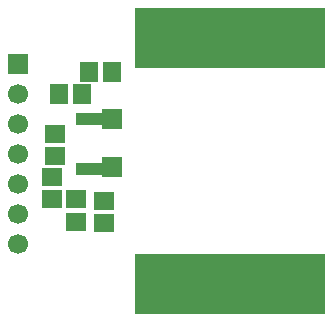
<source format=gbr>
G04 DipTrace 3.2.0.1*
G04 TopMask.gbr*
%MOMM*%
G04 #@! TF.FileFunction,Soldermask,Top*
G04 #@! TF.Part,Single*
%ADD32C,1.7*%
%ADD34R,1.7X1.7*%
%ADD36R,1.5X1.7*%
%ADD38R,1.7X1.5*%
%ADD40R,0.505X1.089*%
%ADD42R,16.2X5.2*%
%FSLAX35Y35*%
G04*
G71*
G90*
G75*
G01*
G04 TopMask*
%LPD*%
D42*
X1988040Y2373840D3*
Y293840D3*
D40*
X813414Y1262707D3*
X863414D3*
X913414D3*
X763414D3*
X713414D3*
X813414Y1691507D3*
X863414D3*
X913414D3*
X763414D3*
X713414D3*
D38*
X511820Y1564300D3*
Y1374300D3*
D36*
X543567Y1897640D3*
X733567D3*
D38*
X480073Y1008733D3*
Y1198733D3*
X686427Y818253D3*
Y1008253D3*
X924527Y992860D3*
Y802860D3*
D34*
X194353Y2151613D3*
D32*
Y1897613D3*
Y1643613D3*
Y1389613D3*
Y1135613D3*
Y881613D3*
Y627613D3*
D36*
X988020Y2088120D3*
X798020D3*
D34*
X988020Y1691287D3*
Y1278580D3*
M02*

</source>
